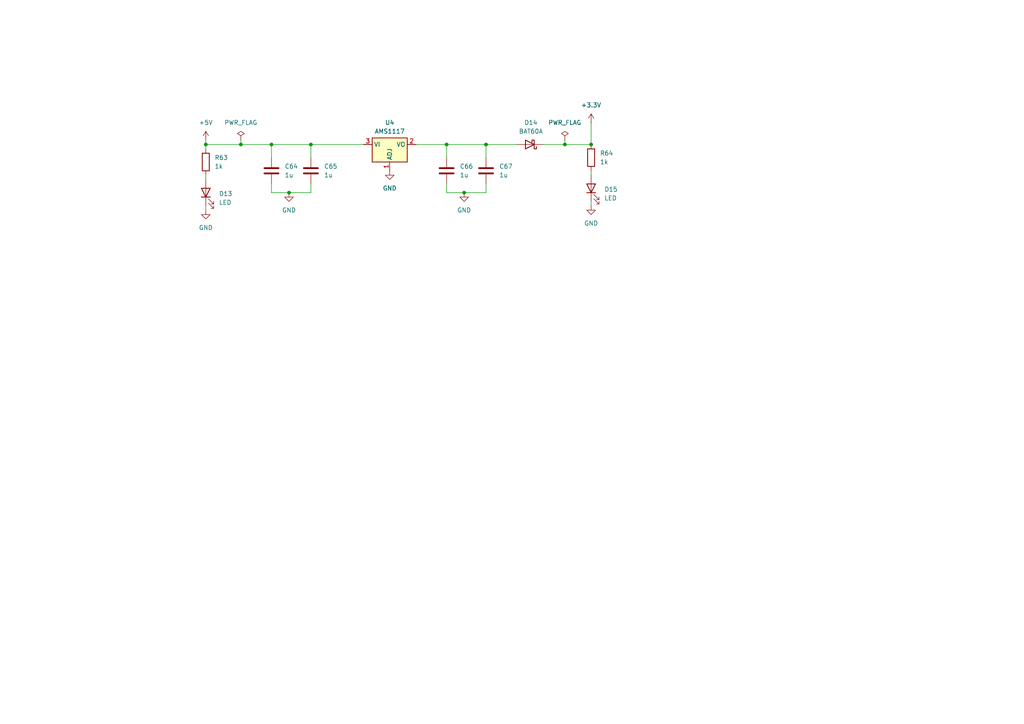
<source format=kicad_sch>
(kicad_sch (version 20231120) (generator "eeschema") (generator_version "8.0")
  (paper "A4")
  (lib_symbols
    (symbol "Device:C" (pin_numbers hide) (pin_names (offset 0.254))
      (property "Reference" "C" (at 0.635 2.54 0))
      (property "Value" "C" (at 0.635 -2.54 0))
      (symbol "C_0_1"
        (polyline (pts (xy -2.032 -0.762) (xy 2.032 -0.762)) (stroke (width 0.508)))
        (polyline (pts (xy -2.032 0.762) (xy 2.032 0.762)) (stroke (width 0.508)))
      )
      (symbol "C_1_1"
        (pin passive line (at 0 3.81 270) (length 2.794) (name "~") (number "1"))
        (pin passive line (at 0 -3.81 90) (length 2.794) (name "~") (number "2"))
      )
    )
    (symbol "Device:LED" (pin_numbers hide) (pin_names (offset 1.016) hide)
      (property "Reference" "D" (at 0 2.54 0))
      (property "Value" "LED" (at 0 -2.54 0))
      (symbol "LED_0_1"
        (polyline (pts (xy -1.27 -1.27) (xy -1.27 1.27)) (stroke (width 0.254)))
        (polyline (pts (xy -1.27 0) (xy 1.27 0)))
        (polyline (pts (xy 1.27 -1.27) (xy 1.27 1.27) (xy -1.27 0) (xy 1.27 -1.27)) (stroke (width 0.254)))
        (polyline (pts (xy -3.048 -0.762) (xy -4.572 -2.286) (xy -3.81 -2.286) (xy -4.572 -2.286) (xy -4.572 -1.524)))
        (polyline (pts (xy -1.778 -0.762) (xy -3.302 -2.286) (xy -2.54 -2.286) (xy -3.302 -2.286) (xy -3.302 -1.524)))
      )
      (symbol "LED_1_1"
        (pin passive line (at -3.81 0 0) (length 2.54) (name "K") (number "1"))
        (pin passive line (at 3.81 0 180) (length 2.54) (name "A") (number "2"))
      )
    )
    (symbol "Device:R" (pin_numbers hide) (pin_names (offset 0))
      (property "Reference" "R" (at 2.032 0 90))
      (property "Value" "R" (at 0 0 90))
      (symbol "R_0_1"
        (rectangle (start -1.016 -2.54) (end 1.016 2.54) (stroke (width 0.254)))
      )
      (symbol "R_1_1"
        (pin passive line (at 0 3.81 270) (length 1.27) (name "~") (number "1"))
        (pin passive line (at 0 -3.81 90) (length 1.27) (name "~") (number "2"))
      )
    )
    (symbol "Diode:BAT60A" (pin_numbers hide) (pin_names (offset 1.016) hide)
      (property "Reference" "D" (at 0 2.54 0))
      (property "Value" "BAT60A" (at 0 -2.54 0))
      (symbol "BAT60A_0_1"
        (polyline (pts (xy 1.27 0) (xy -1.27 0)))
        (polyline (pts (xy 1.27 1.27) (xy 1.27 -1.27) (xy -1.27 0) (xy 1.27 1.27)) (stroke (width 0.254)))
        (polyline (pts (xy -1.905 0.635) (xy -1.905 1.27) (xy -1.27 1.27) (xy -1.27 -1.27) (xy -0.635 -1.27) (xy -0.635 -0.635)) (stroke (width 0.254)))
      )
      (symbol "BAT60A_1_1"
        (pin passive line (at -3.81 0 0) (length 2.54) (name "K") (number "1"))
        (pin passive line (at 3.81 0 180) (length 2.54) (name "A") (number "2"))
      )
    )
    (symbol "Regulator_Linear:AMS1117"
      (property "Reference" "U" (at -3.81 3.175 0))
      (property "Value" "AMS1117" (at 0 3.175 0))
      (symbol "AMS1117_0_1"
        (rectangle (start -5.08 -5.08) (end 5.08 1.905) (stroke (width 0.254)) (fill (type background)))
      )
      (symbol "AMS1117_1_1"
        (pin input line (at 0 -7.62 90) (length 2.54) (name "ADJ") (number "1"))
        (pin power_out line (at 7.62 0 180) (length 2.54) (name "VO") (number "2"))
        (pin power_in line (at -7.62 0 0) (length 2.54) (name "VI") (number "3"))
      )
    )
    (symbol "power:+3.3V" (power) (pin_numbers hide) (pin_names (offset 0) hide)
      (property "Value" "+3.3V" (at 0 3.556 0))
      (symbol "+3.3V_0_1"
        (polyline (pts (xy -0.762 1.27) (xy 0 2.54)))
        (polyline (pts (xy 0 0) (xy 0 2.54)))
        (polyline (pts (xy 0 2.54) (xy 0.762 1.27)))
      )
      (symbol "+3.3V_1_1"
        (pin power_in line (at 0 0 90) (length 0) (name "~") (number "1"))
      )
    )
    (symbol "power:+5V" (power) (pin_numbers hide) (pin_names (offset 0) hide)
      (property "Value" "+5V" (at 0 3.556 0))
      (symbol "+5V_0_1"
        (polyline (pts (xy -0.762 1.27) (xy 0 2.54)))
        (polyline (pts (xy 0 0) (xy 0 2.54)))
        (polyline (pts (xy 0 2.54) (xy 0.762 1.27)))
      )
      (symbol "+5V_1_1"
        (pin power_in line (at 0 0 90) (length 0) (name "~") (number "1"))
      )
    )
    (symbol "power:GND" (power) (pin_numbers hide) (pin_names (offset 0) hide)
      (property "Value" "GND" (at 0 -3.81 0))
      (symbol "GND_0_1"
        (polyline (pts (xy 0 0) (xy 0 -1.27) (xy 1.27 -1.27) (xy 0 -2.54) (xy -1.27 -1.27) (xy 0 -1.27)))
      )
      (symbol "GND_1_1"
        (pin power_in line (at 0 0 270) (length 0) (name "~") (number "1"))
      )
    )
    (symbol "power:PWR_FLAG" (power) (pin_numbers hide) (pin_names (offset 0) hide)
      (property "Value" "PWR_FLAG" (at 0 3.81 0))
      (symbol "PWR_FLAG_0_0"
        (pin power_out line (at 0 0 90) (length 0) (name "~") (number "1"))
      )
      (symbol "PWR_FLAG_0_1"
        (polyline (pts (xy 0 0) (xy 0 1.27) (xy -1.016 1.905) (xy 0 2.54) (xy 1.016 1.905) (xy 0 1.27)))
      )
    )
  )
  (junction (at 90.17 41.91))
  (junction (at 134.62 55.88))
  (junction (at 69.85 41.91))
  (junction (at 59.69 41.91))
  (junction (at 163.83 41.91))
  (junction (at 78.74 41.91))
  (junction (at 171.45 41.91))
  (junction (at 83.82 55.88))
  (junction (at 140.97 41.91))
  (junction (at 129.54 41.91))
  (wire (pts (xy 90.17 41.91) (xy 105.41 41.91)))
  (wire (pts (xy 163.83 41.91) (xy 163.83 40.64)))
  (wire (pts (xy 78.74 55.88) (xy 83.82 55.88)))
  (wire (pts (xy 59.69 50.8) (xy 59.69 52.07)))
  (wire (pts (xy 78.74 41.91) (xy 78.74 45.72)))
  (wire (pts (xy 129.54 41.91) (xy 129.54 45.72)))
  (wire (pts (xy 140.97 41.91) (xy 149.86 41.91)))
  (wire (pts (xy 69.85 41.91) (xy 78.74 41.91)))
  (wire (pts (xy 90.17 53.34) (xy 90.17 55.88)))
  (wire (pts (xy 59.69 59.69) (xy 59.69 60.96)))
  (wire (pts (xy 171.45 35.56) (xy 171.45 41.91)))
  (wire (pts (xy 129.54 53.34) (xy 129.54 55.88)))
  (wire (pts (xy 140.97 41.91) (xy 140.97 45.72)))
  (wire (pts (xy 90.17 41.91) (xy 90.17 45.72)))
  (wire (pts (xy 59.69 41.91) (xy 59.69 43.18)))
  (wire (pts (xy 140.97 53.34) (xy 140.97 55.88)))
  (wire (pts (xy 171.45 41.91) (xy 163.83 41.91)))
  (wire (pts (xy 78.74 53.34) (xy 78.74 55.88)))
  (wire (pts (xy 157.48 41.91) (xy 163.83 41.91)))
  (wire (pts (xy 140.97 55.88) (xy 134.62 55.88)))
  (wire (pts (xy 129.54 41.91) (xy 140.97 41.91)))
  (wire (pts (xy 69.85 41.91) (xy 59.69 41.91)))
  (wire (pts (xy 59.69 40.64) (xy 59.69 41.91)))
  (wire (pts (xy 129.54 55.88) (xy 134.62 55.88)))
  (wire (pts (xy 171.45 49.53) (xy 171.45 50.8)))
  (wire (pts (xy 171.45 58.42) (xy 171.45 59.69)))
  (wire (pts (xy 69.85 40.64) (xy 69.85 41.91)))
  (wire (pts (xy 120.65 41.91) (xy 129.54 41.91)))
  (wire (pts (xy 78.74 41.91) (xy 90.17 41.91)))
  (wire (pts (xy 90.17 55.88) (xy 83.82 55.88)))
  (symbol (lib_id "Device:LED") (at 171.45 54.61 90) (unit 1)
    (property "Reference" "D15" (at 175.26 54.9274 90) (effects (justify right)))
    (property "Value" "LED" (at 175.26 57.4674 90) (effects (justify right)))
    (property "Description" "Light emitting diode" (effects (hide yes)))
  )
  (symbol (lib_id "Device:R") (at 171.45 45.72 0) (unit 1)
    (property "Reference" "R64" (at 173.99 44.4499 0) (effects (justify left)))
    (property "Value" "1k" (at 173.99 46.9899 0) (effects (justify left)))
    (property "Description" "Resistor" (effects (hide yes)))
  )
  (symbol (lib_id "Regulator_Linear:AMS1117") (at 113.03 41.91 0) (unit 1)
    (property "Reference" "U4" (at 113.03 35.56 0))
    (property "Value" "AMS1117" (at 113.03 38.1 0))
    (property "Footprint" "Package_TO_SOT_SMD:SOT-223-3_TabPin2" (effects (hide yes)))
    (property "Datasheet" "http://www.advanced-monolithic.com/pdf/ds1117.pdf" (effects (hide yes)))
    (property "Description" "1A Low Dropout regulator, positive, adjustable output, SOT-223" (effects (hide yes)))
  )
  (symbol (lib_id "power:GND") (at 83.82 55.88 0) (unit 1)
    (property "Reference" "#PWR0103" (effects (hide yes)))
    (property "Value" "GND" (at 83.82 60.96 0))
    (property "Description" "Power symbol creates a global label with name \"GND\" , ground" (effects (hide yes)))
  )
  (symbol (lib_id "Device:C") (at 78.74 49.53 0) (unit 1)
    (property "Reference" "C64" (at 82.55 48.2599 0) (effects (justify left)))
    (property "Value" "1u" (at 82.55 50.7999 0) (effects (justify left)))
    (property "Description" "Unpolarized capacitor" (effects (hide yes)))
  )
  (symbol (lib_id "Device:R") (at 59.69 46.99 0) (unit 1)
    (property "Reference" "R63" (at 62.23 45.7199 0) (effects (justify left)))
    (property "Value" "1k" (at 62.23 48.2599 0) (effects (justify left)))
    (property "Description" "Resistor" (effects (hide yes)))
  )
  (symbol (lib_id "Device:C") (at 129.54 49.53 0) (unit 1)
    (property "Reference" "C66" (at 133.35 48.2599 0) (effects (justify left)))
    (property "Value" "1u" (at 133.35 50.7999 0) (effects (justify left)))
    (property "Description" "Unpolarized capacitor" (effects (hide yes)))
  )
  (symbol (lib_id "power:PWR_FLAG") (at 69.85 40.64 0) (unit 1)
    (property "Reference" "#FLG02" (effects (hide yes)))
    (property "Value" "PWR_FLAG" (at 69.85 35.56 0))
    (property "Description" "Special symbol for telling ERC where power comes from" (effects (hide yes)))
  )
  (symbol (lib_id "power:GND") (at 113.03 49.53 0) (unit 1)
    (property "Reference" "#PWR0104" (effects (hide yes)))
    (property "Value" "GND" (at 113.03 54.61 0))
    (property "Description" "Power symbol creates a global label with name \"GND\" , ground" (effects (hide yes)))
  )
  (symbol (lib_id "power:+3.3V") (at 171.45 35.56 0) (unit 1)
    (property "Reference" "#PWR0106" (effects (hide yes)))
    (property "Value" "+3.3V" (at 171.45 30.48 0))
    (property "Description" "Power symbol creates a global label with name \"+3.3V\"" (effects (hide yes)))
  )
  (symbol (lib_id "power:GND") (at 134.62 55.88 0) (unit 1)
    (property "Reference" "#PWR0105" (effects (hide yes)))
    (property "Value" "GND" (at 134.62 60.96 0))
    (property "Description" "Power symbol creates a global label with name \"GND\" , ground" (effects (hide yes)))
  )
  (symbol (lib_id "Diode:BAT60A") (at 153.67 41.91 180) (unit 1)
    (property "Reference" "D14" (at 153.9875 35.56 0))
    (property "Value" "BAT60A" (at 153.9875 38.1 0))
    (property "Footprint" "Diode_SMD:D_SOD-323" (effects (hide yes)))
    (property "Datasheet" "https://www.infineon.com/dgdl/Infineon-BAT60ASERIES-DS-v01_01-en.pdf?fileId=db3a304313d846880113def70c9304a9" (effects (hide yes)))
    (property "Description" "10V 3A High Current Recitifier Schottky Diode, SOD-323" (effects (hide yes)))
  )
  (symbol (lib_id "power:+5V") (at 59.69 40.64 0) (unit 1)
    (property "Reference" "#PWR0101" (effects (hide yes)))
    (property "Value" "+5V" (at 59.69 35.56 0))
    (property "Description" "Power symbol creates a global label with name \"+5V\"" (effects (hide yes)))
  )
  (symbol (lib_id "Device:LED") (at 59.69 55.88 90) (unit 1)
    (property "Reference" "D13" (at 63.5 56.1974 90) (effects (justify right)))
    (property "Value" "LED" (at 63.5 58.7374 90) (effects (justify right)))
    (property "Description" "Light emitting diode" (effects (hide yes)))
  )
  (symbol (lib_id "Device:C") (at 140.97 49.53 0) (unit 1)
    (property "Reference" "C67" (at 144.78 48.2599 0) (effects (justify left)))
    (property "Value" "1u" (at 144.78 50.7999 0) (effects (justify left)))
    (property "Description" "Unpolarized capacitor" (effects (hide yes)))
  )
  (symbol (lib_id "power:PWR_FLAG") (at 163.83 40.64 0) (unit 1)
    (property "Reference" "#FLG03" (effects (hide yes)))
    (property "Value" "PWR_FLAG" (at 163.83 35.56 0))
    (property "Description" "Special symbol for telling ERC where power comes from" (effects (hide yes)))
  )
  (symbol (lib_id "power:GND") (at 59.69 60.96 0) (unit 1)
    (property "Reference" "#PWR0102" (effects (hide yes)))
    (property "Value" "GND" (at 59.69 66.04 0))
    (property "Description" "Power symbol creates a global label with name \"GND\" , ground" (effects (hide yes)))
  )
  (symbol (lib_id "Device:C") (at 90.17 49.53 0) (unit 1)
    (property "Reference" "C65" (at 93.98 48.2599 0) (effects (justify left)))
    (property "Value" "1u" (at 93.98 50.7999 0) (effects (justify left)))
    (property "Description" "Unpolarized capacitor" (effects (hide yes)))
  )
  (symbol (lib_id "power:GND") (at 171.45 59.69 0) (unit 1)
    (property "Reference" "#PWR0107" (effects (hide yes)))
    (property "Value" "GND" (at 171.45 64.77 0))
    (property "Description" "Power symbol creates a global label with name \"GND\" , ground" (effects (hide yes)))
  )
)
</source>
